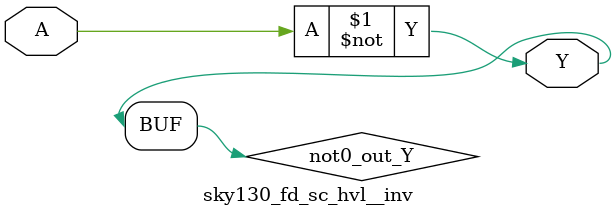
<source format=v>
/*
 * Copyright 2020 The SkyWater PDK Authors
 *
 * Licensed under the Apache License, Version 2.0 (the "License");
 * you may not use this file except in compliance with the License.
 * You may obtain a copy of the License at
 *
 *     https://www.apache.org/licenses/LICENSE-2.0
 *
 * Unless required by applicable law or agreed to in writing, software
 * distributed under the License is distributed on an "AS IS" BASIS,
 * WITHOUT WARRANTIES OR CONDITIONS OF ANY KIND, either express or implied.
 * See the License for the specific language governing permissions and
 * limitations under the License.
 *
 * SPDX-License-Identifier: Apache-2.0
*/


`ifndef SKY130_FD_SC_HVL__INV_FUNCTIONAL_V
`define SKY130_FD_SC_HVL__INV_FUNCTIONAL_V

/**
 * inv: Inverter.
 *
 * Verilog simulation functional model.
 */

`timescale 1ns / 1ps
`default_nettype none

`celldefine
module sky130_fd_sc_hvl__inv (
    Y,
    A
);

    // Module ports
    output Y;
    input  A;

    // Local signals
    wire not0_out_Y;

    //  Name  Output      Other arguments
    not not0 (not0_out_Y, A              );
    buf buf0 (Y         , not0_out_Y     );

endmodule
`endcelldefine

`default_nettype wire
`endif  // SKY130_FD_SC_HVL__INV_FUNCTIONAL_V
</source>
